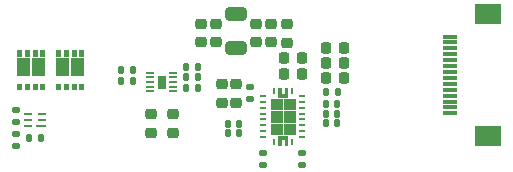
<source format=gbr>
G04 #@! TF.GenerationSoftware,KiCad,Pcbnew,(6.0.0)*
G04 #@! TF.CreationDate,2022-03-25T20:35:40+08:00*
G04 #@! TF.ProjectId,WirelessPower,57697265-6c65-4737-9350-6f7765722e6b,rev?*
G04 #@! TF.SameCoordinates,Original*
G04 #@! TF.FileFunction,Paste,Top*
G04 #@! TF.FilePolarity,Positive*
%FSLAX46Y46*%
G04 Gerber Fmt 4.6, Leading zero omitted, Abs format (unit mm)*
G04 Created by KiCad (PCBNEW (6.0.0)) date 2022-03-25 20:35:40*
%MOMM*%
%LPD*%
G01*
G04 APERTURE LIST*
G04 Aperture macros list*
%AMRoundRect*
0 Rectangle with rounded corners*
0 $1 Rounding radius*
0 $2 $3 $4 $5 $6 $7 $8 $9 X,Y pos of 4 corners*
0 Add a 4 corners polygon primitive as box body*
4,1,4,$2,$3,$4,$5,$6,$7,$8,$9,$2,$3,0*
0 Add four circle primitives for the rounded corners*
1,1,$1+$1,$2,$3*
1,1,$1+$1,$4,$5*
1,1,$1+$1,$6,$7*
1,1,$1+$1,$8,$9*
0 Add four rect primitives between the rounded corners*
20,1,$1+$1,$2,$3,$4,$5,0*
20,1,$1+$1,$4,$5,$6,$7,0*
20,1,$1+$1,$6,$7,$8,$9,0*
20,1,$1+$1,$8,$9,$2,$3,0*%
G04 Aperture macros list end*
%ADD10C,0.010000*%
%ADD11R,2.200000X1.800000*%
%ADD12R,1.300000X0.300000*%
%ADD13RoundRect,0.140000X0.170000X-0.140000X0.170000X0.140000X-0.170000X0.140000X-0.170000X-0.140000X0*%
%ADD14RoundRect,0.135000X-0.135000X-0.185000X0.135000X-0.185000X0.135000X0.185000X-0.135000X0.185000X0*%
%ADD15RoundRect,0.135000X0.185000X-0.135000X0.185000X0.135000X-0.185000X0.135000X-0.185000X-0.135000X0*%
%ADD16R,0.850000X0.280000*%
%ADD17R,0.750000X0.280000*%
%ADD18R,0.760000X0.220000*%
%ADD19RoundRect,0.249999X-0.650001X0.325001X-0.650001X-0.325001X0.650001X-0.325001X0.650001X0.325001X0*%
%ADD20RoundRect,0.225000X-0.225000X-0.250000X0.225000X-0.250000X0.225000X0.250000X-0.225000X0.250000X0*%
%ADD21RoundRect,0.140000X-0.140000X-0.170000X0.140000X-0.170000X0.140000X0.170000X-0.140000X0.170000X0*%
%ADD22RoundRect,0.140000X-0.170000X0.140000X-0.170000X-0.140000X0.170000X-0.140000X0.170000X0.140000X0*%
%ADD23RoundRect,0.225000X0.225000X0.250000X-0.225000X0.250000X-0.225000X-0.250000X0.225000X-0.250000X0*%
%ADD24RoundRect,0.225000X0.250000X-0.225000X0.250000X0.225000X-0.250000X0.225000X-0.250000X-0.225000X0*%
%ADD25RoundRect,0.225000X-0.250000X0.225000X-0.250000X-0.225000X0.250000X-0.225000X0.250000X0.225000X0*%
%ADD26RoundRect,0.135000X-0.185000X0.135000X-0.185000X-0.135000X0.185000X-0.135000X0.185000X0.135000X0*%
%ADD27RoundRect,0.135000X0.135000X0.185000X-0.135000X0.185000X-0.135000X-0.185000X0.135000X-0.185000X0*%
%ADD28R,0.240000X0.600000*%
%ADD29R,0.600000X0.240000*%
G04 APERTURE END LIST*
D10*
G04 #@! TO.C,U3*
X146165000Y-115989999D02*
X146165000Y-114544999D01*
X146165000Y-114544999D02*
X147185000Y-114544999D01*
X147185000Y-114544999D02*
X147185000Y-115989999D01*
X147185000Y-115989999D02*
X146165000Y-115989999D01*
G36*
X147185000Y-115989999D02*
G01*
X146165000Y-115989999D01*
X146165000Y-114544999D01*
X147185000Y-114544999D01*
X147185000Y-115989999D01*
G37*
X147185000Y-115989999D02*
X146165000Y-115989999D01*
X146165000Y-114544999D01*
X147185000Y-114544999D01*
X147185000Y-115989999D01*
X146845000Y-117189999D02*
X146845000Y-116739999D01*
X146845000Y-116739999D02*
X147185000Y-116739999D01*
X147185000Y-116739999D02*
X147185000Y-117189999D01*
X147185000Y-117189999D02*
X146845000Y-117189999D01*
G36*
X147185000Y-117189999D02*
G01*
X146845000Y-117189999D01*
X146845000Y-116739999D01*
X147185000Y-116739999D01*
X147185000Y-117189999D01*
G37*
X147185000Y-117189999D02*
X146845000Y-117189999D01*
X146845000Y-116739999D01*
X147185000Y-116739999D01*
X147185000Y-117189999D01*
X144895000Y-114319999D02*
X144895000Y-113869999D01*
X144895000Y-113869999D02*
X145235000Y-113869999D01*
X145235000Y-113869999D02*
X145235000Y-114319999D01*
X145235000Y-114319999D02*
X144895000Y-114319999D01*
G36*
X145235000Y-114319999D02*
G01*
X144895000Y-114319999D01*
X144895000Y-113869999D01*
X145235000Y-113869999D01*
X145235000Y-114319999D01*
G37*
X145235000Y-114319999D02*
X144895000Y-114319999D01*
X144895000Y-113869999D01*
X145235000Y-113869999D01*
X145235000Y-114319999D01*
X144895000Y-115989999D02*
X144895000Y-114544999D01*
X144895000Y-114544999D02*
X145915000Y-114544999D01*
X145915000Y-114544999D02*
X145915000Y-115989999D01*
X145915000Y-115989999D02*
X144895000Y-115989999D01*
G36*
X145915000Y-115989999D02*
G01*
X144895000Y-115989999D01*
X144895000Y-114544999D01*
X145915000Y-114544999D01*
X145915000Y-115989999D01*
G37*
X145915000Y-115989999D02*
X144895000Y-115989999D01*
X144895000Y-114544999D01*
X145915000Y-114544999D01*
X145915000Y-115989999D01*
X146845000Y-114319999D02*
X146845000Y-113869999D01*
X146845000Y-113869999D02*
X147185000Y-113869999D01*
X147185000Y-113869999D02*
X147185000Y-114319999D01*
X147185000Y-114319999D02*
X146845000Y-114319999D01*
G36*
X147185000Y-114319999D02*
G01*
X146845000Y-114319999D01*
X146845000Y-113869999D01*
X147185000Y-113869999D01*
X147185000Y-114319999D01*
G37*
X147185000Y-114319999D02*
X146845000Y-114319999D01*
X146845000Y-113869999D01*
X147185000Y-113869999D01*
X147185000Y-114319999D01*
X145545000Y-117189999D02*
X145545000Y-116739999D01*
X145545000Y-116739999D02*
X145885000Y-116739999D01*
X145885000Y-116739999D02*
X145885000Y-117189999D01*
X145885000Y-117189999D02*
X145545000Y-117189999D01*
G36*
X145885000Y-117189999D02*
G01*
X145545000Y-117189999D01*
X145545000Y-116739999D01*
X145885000Y-116739999D01*
X145885000Y-117189999D01*
G37*
X145885000Y-117189999D02*
X145545000Y-117189999D01*
X145545000Y-116739999D01*
X145885000Y-116739999D01*
X145885000Y-117189999D01*
X145545000Y-114319999D02*
X145545000Y-113869999D01*
X145545000Y-113869999D02*
X145885000Y-113869999D01*
X145885000Y-113869999D02*
X145885000Y-114319999D01*
X145885000Y-114319999D02*
X145545000Y-114319999D01*
G36*
X145885000Y-114319999D02*
G01*
X145545000Y-114319999D01*
X145545000Y-113869999D01*
X145885000Y-113869999D01*
X145885000Y-114319999D01*
G37*
X145885000Y-114319999D02*
X145545000Y-114319999D01*
X145545000Y-113869999D01*
X145885000Y-113869999D01*
X145885000Y-114319999D01*
X146195000Y-114319999D02*
X146195000Y-113869999D01*
X146195000Y-113869999D02*
X146535000Y-113869999D01*
X146535000Y-113869999D02*
X146535000Y-114319999D01*
X146535000Y-114319999D02*
X146195000Y-114319999D01*
G36*
X146535000Y-114319999D02*
G01*
X146195000Y-114319999D01*
X146195000Y-113869999D01*
X146535000Y-113869999D01*
X146535000Y-114319999D01*
G37*
X146535000Y-114319999D02*
X146195000Y-114319999D01*
X146195000Y-113869999D01*
X146535000Y-113869999D01*
X146535000Y-114319999D01*
X144895000Y-117189999D02*
X144895000Y-116739999D01*
X144895000Y-116739999D02*
X145235000Y-116739999D01*
X145235000Y-116739999D02*
X145235000Y-117189999D01*
X145235000Y-117189999D02*
X144895000Y-117189999D01*
G36*
X145235000Y-117189999D02*
G01*
X144895000Y-117189999D01*
X144895000Y-116739999D01*
X145235000Y-116739999D01*
X145235000Y-117189999D01*
G37*
X145235000Y-117189999D02*
X144895000Y-117189999D01*
X144895000Y-116739999D01*
X145235000Y-116739999D01*
X145235000Y-117189999D01*
X146195000Y-117189999D02*
X146195000Y-116739999D01*
X146195000Y-116739999D02*
X146535000Y-116739999D01*
X146535000Y-116739999D02*
X146535000Y-117189999D01*
X146535000Y-117189999D02*
X146195000Y-117189999D01*
G36*
X146535000Y-117189999D02*
G01*
X146195000Y-117189999D01*
X146195000Y-116739999D01*
X146535000Y-116739999D01*
X146535000Y-117189999D01*
G37*
X146535000Y-117189999D02*
X146195000Y-117189999D01*
X146195000Y-116739999D01*
X146535000Y-116739999D01*
X146535000Y-117189999D01*
G04 #@! TO.C,U4*
X141585000Y-117190000D02*
X141585000Y-116740000D01*
X141585000Y-116740000D02*
X141925000Y-116740000D01*
X141925000Y-116740000D02*
X141925000Y-117190000D01*
X141925000Y-117190000D02*
X141585000Y-117190000D01*
G36*
X141925000Y-117190000D02*
G01*
X141585000Y-117190000D01*
X141585000Y-116740000D01*
X141925000Y-116740000D01*
X141925000Y-117190000D01*
G37*
X141925000Y-117190000D02*
X141585000Y-117190000D01*
X141585000Y-116740000D01*
X141925000Y-116740000D01*
X141925000Y-117190000D01*
X142235000Y-117190000D02*
X142235000Y-116740000D01*
X142235000Y-116740000D02*
X142575000Y-116740000D01*
X142575000Y-116740000D02*
X142575000Y-117190000D01*
X142575000Y-117190000D02*
X142235000Y-117190000D01*
G36*
X142575000Y-117190000D02*
G01*
X142235000Y-117190000D01*
X142235000Y-116740000D01*
X142575000Y-116740000D01*
X142575000Y-117190000D01*
G37*
X142575000Y-117190000D02*
X142235000Y-117190000D01*
X142235000Y-116740000D01*
X142575000Y-116740000D01*
X142575000Y-117190000D01*
X141585000Y-115990000D02*
X141585000Y-114545000D01*
X141585000Y-114545000D02*
X142605000Y-114545000D01*
X142605000Y-114545000D02*
X142605000Y-115990000D01*
X142605000Y-115990000D02*
X141585000Y-115990000D01*
G36*
X142605000Y-115990000D02*
G01*
X141585000Y-115990000D01*
X141585000Y-114545000D01*
X142605000Y-114545000D01*
X142605000Y-115990000D01*
G37*
X142605000Y-115990000D02*
X141585000Y-115990000D01*
X141585000Y-114545000D01*
X142605000Y-114545000D01*
X142605000Y-115990000D01*
X142885000Y-117190000D02*
X142885000Y-116740000D01*
X142885000Y-116740000D02*
X143225000Y-116740000D01*
X143225000Y-116740000D02*
X143225000Y-117190000D01*
X143225000Y-117190000D02*
X142885000Y-117190000D01*
G36*
X143225000Y-117190000D02*
G01*
X142885000Y-117190000D01*
X142885000Y-116740000D01*
X143225000Y-116740000D01*
X143225000Y-117190000D01*
G37*
X143225000Y-117190000D02*
X142885000Y-117190000D01*
X142885000Y-116740000D01*
X143225000Y-116740000D01*
X143225000Y-117190000D01*
X141585000Y-114320000D02*
X141585000Y-113870000D01*
X141585000Y-113870000D02*
X141925000Y-113870000D01*
X141925000Y-113870000D02*
X141925000Y-114320000D01*
X141925000Y-114320000D02*
X141585000Y-114320000D01*
G36*
X141925000Y-114320000D02*
G01*
X141585000Y-114320000D01*
X141585000Y-113870000D01*
X141925000Y-113870000D01*
X141925000Y-114320000D01*
G37*
X141925000Y-114320000D02*
X141585000Y-114320000D01*
X141585000Y-113870000D01*
X141925000Y-113870000D01*
X141925000Y-114320000D01*
X142885000Y-114320000D02*
X142885000Y-113870000D01*
X142885000Y-113870000D02*
X143225000Y-113870000D01*
X143225000Y-113870000D02*
X143225000Y-114320000D01*
X143225000Y-114320000D02*
X142885000Y-114320000D01*
G36*
X143225000Y-114320000D02*
G01*
X142885000Y-114320000D01*
X142885000Y-113870000D01*
X143225000Y-113870000D01*
X143225000Y-114320000D01*
G37*
X143225000Y-114320000D02*
X142885000Y-114320000D01*
X142885000Y-113870000D01*
X143225000Y-113870000D01*
X143225000Y-114320000D01*
X143535000Y-114320000D02*
X143535000Y-113870000D01*
X143535000Y-113870000D02*
X143875000Y-113870000D01*
X143875000Y-113870000D02*
X143875000Y-114320000D01*
X143875000Y-114320000D02*
X143535000Y-114320000D01*
G36*
X143875000Y-114320000D02*
G01*
X143535000Y-114320000D01*
X143535000Y-113870000D01*
X143875000Y-113870000D01*
X143875000Y-114320000D01*
G37*
X143875000Y-114320000D02*
X143535000Y-114320000D01*
X143535000Y-113870000D01*
X143875000Y-113870000D01*
X143875000Y-114320000D01*
X142235000Y-114320000D02*
X142235000Y-113870000D01*
X142235000Y-113870000D02*
X142575000Y-113870000D01*
X142575000Y-113870000D02*
X142575000Y-114320000D01*
X142575000Y-114320000D02*
X142235000Y-114320000D01*
G36*
X142575000Y-114320000D02*
G01*
X142235000Y-114320000D01*
X142235000Y-113870000D01*
X142575000Y-113870000D01*
X142575000Y-114320000D01*
G37*
X142575000Y-114320000D02*
X142235000Y-114320000D01*
X142235000Y-113870000D01*
X142575000Y-113870000D01*
X142575000Y-114320000D01*
X143535000Y-117190000D02*
X143535000Y-116740000D01*
X143535000Y-116740000D02*
X143875000Y-116740000D01*
X143875000Y-116740000D02*
X143875000Y-117190000D01*
X143875000Y-117190000D02*
X143535000Y-117190000D01*
G36*
X143875000Y-117190000D02*
G01*
X143535000Y-117190000D01*
X143535000Y-116740000D01*
X143875000Y-116740000D01*
X143875000Y-117190000D01*
G37*
X143875000Y-117190000D02*
X143535000Y-117190000D01*
X143535000Y-116740000D01*
X143875000Y-116740000D01*
X143875000Y-117190000D01*
X142855000Y-115990000D02*
X142855000Y-114545000D01*
X142855000Y-114545000D02*
X143875000Y-114545000D01*
X143875000Y-114545000D02*
X143875000Y-115990000D01*
X143875000Y-115990000D02*
X142855000Y-115990000D01*
G36*
X143875000Y-115990000D02*
G01*
X142855000Y-115990000D01*
X142855000Y-114545000D01*
X143875000Y-114545000D01*
X143875000Y-115990000D01*
G37*
X143875000Y-115990000D02*
X142855000Y-115990000D01*
X142855000Y-114545000D01*
X143875000Y-114545000D01*
X143875000Y-115990000D01*
G04 #@! TO.C,U5*
X154055000Y-117034999D02*
X153485000Y-117034999D01*
X153485000Y-117034999D02*
X153485000Y-116084999D01*
X153485000Y-116084999D02*
X154055000Y-116084999D01*
X154055000Y-116084999D02*
X154055000Y-117034999D01*
G36*
X154055000Y-117034999D02*
G01*
X153485000Y-117034999D01*
X153485000Y-116084999D01*
X154055000Y-116084999D01*
X154055000Y-117034999D01*
G37*
X154055000Y-117034999D02*
X153485000Y-117034999D01*
X153485000Y-116084999D01*
X154055000Y-116084999D01*
X154055000Y-117034999D01*
G04 #@! TO.C,U2*
X164445000Y-121155000D02*
X164445000Y-121880000D01*
X164445000Y-121880000D02*
X164444931Y-121882617D01*
X164444931Y-121882617D02*
X164444726Y-121885226D01*
X164444726Y-121885226D02*
X164444384Y-121887822D01*
X164444384Y-121887822D02*
X164443907Y-121890396D01*
X164443907Y-121890396D02*
X164443296Y-121892941D01*
X164443296Y-121892941D02*
X164442553Y-121895451D01*
X164442553Y-121895451D02*
X164441679Y-121897918D01*
X164441679Y-121897918D02*
X164440677Y-121900337D01*
X164440677Y-121900337D02*
X164439550Y-121902700D01*
X164439550Y-121902700D02*
X164438301Y-121905000D01*
X164438301Y-121905000D02*
X164436934Y-121907232D01*
X164436934Y-121907232D02*
X164435451Y-121909389D01*
X164435451Y-121909389D02*
X164433857Y-121911466D01*
X164433857Y-121911466D02*
X164432157Y-121913457D01*
X164432157Y-121913457D02*
X164430355Y-121915355D01*
X164430355Y-121915355D02*
X164428457Y-121917157D01*
X164428457Y-121917157D02*
X164426466Y-121918857D01*
X164426466Y-121918857D02*
X164424389Y-121920451D01*
X164424389Y-121920451D02*
X164422232Y-121921934D01*
X164422232Y-121921934D02*
X164420000Y-121923301D01*
X164420000Y-121923301D02*
X164417700Y-121924550D01*
X164417700Y-121924550D02*
X164415337Y-121925677D01*
X164415337Y-121925677D02*
X164412918Y-121926679D01*
X164412918Y-121926679D02*
X164410451Y-121927553D01*
X164410451Y-121927553D02*
X164407941Y-121928296D01*
X164407941Y-121928296D02*
X164405396Y-121928907D01*
X164405396Y-121928907D02*
X164402822Y-121929384D01*
X164402822Y-121929384D02*
X164400226Y-121929726D01*
X164400226Y-121929726D02*
X164397617Y-121929931D01*
X164397617Y-121929931D02*
X164395000Y-121930000D01*
X164395000Y-121930000D02*
X164295000Y-121930000D01*
X164295000Y-121930000D02*
X164292383Y-121929931D01*
X164292383Y-121929931D02*
X164289774Y-121929726D01*
X164289774Y-121929726D02*
X164287178Y-121929384D01*
X164287178Y-121929384D02*
X164284604Y-121928907D01*
X164284604Y-121928907D02*
X164282059Y-121928296D01*
X164282059Y-121928296D02*
X164279549Y-121927553D01*
X164279549Y-121927553D02*
X164277082Y-121926679D01*
X164277082Y-121926679D02*
X164274663Y-121925677D01*
X164274663Y-121925677D02*
X164272300Y-121924550D01*
X164272300Y-121924550D02*
X164270000Y-121923301D01*
X164270000Y-121923301D02*
X164267768Y-121921934D01*
X164267768Y-121921934D02*
X164265611Y-121920451D01*
X164265611Y-121920451D02*
X164263534Y-121918857D01*
X164263534Y-121918857D02*
X164261543Y-121917157D01*
X164261543Y-121917157D02*
X164259645Y-121915355D01*
X164259645Y-121915355D02*
X164257843Y-121913457D01*
X164257843Y-121913457D02*
X164256143Y-121911466D01*
X164256143Y-121911466D02*
X164254549Y-121909389D01*
X164254549Y-121909389D02*
X164253066Y-121907232D01*
X164253066Y-121907232D02*
X164251699Y-121905000D01*
X164251699Y-121905000D02*
X164250450Y-121902700D01*
X164250450Y-121902700D02*
X164249323Y-121900337D01*
X164249323Y-121900337D02*
X164248321Y-121897918D01*
X164248321Y-121897918D02*
X164247447Y-121895451D01*
X164247447Y-121895451D02*
X164246704Y-121892941D01*
X164246704Y-121892941D02*
X164246093Y-121890396D01*
X164246093Y-121890396D02*
X164245616Y-121887822D01*
X164245616Y-121887822D02*
X164245274Y-121885226D01*
X164245274Y-121885226D02*
X164245069Y-121882617D01*
X164245069Y-121882617D02*
X164245000Y-121880000D01*
X164245000Y-121880000D02*
X164245000Y-121405000D01*
X164245000Y-121405000D02*
X163895000Y-121405000D01*
X163895000Y-121405000D02*
X163895000Y-121880000D01*
X163895000Y-121880000D02*
X163894931Y-121882617D01*
X163894931Y-121882617D02*
X163894726Y-121885226D01*
X163894726Y-121885226D02*
X163894384Y-121887822D01*
X163894384Y-121887822D02*
X163893907Y-121890396D01*
X163893907Y-121890396D02*
X163893296Y-121892941D01*
X163893296Y-121892941D02*
X163892553Y-121895451D01*
X163892553Y-121895451D02*
X163891679Y-121897918D01*
X163891679Y-121897918D02*
X163890677Y-121900337D01*
X163890677Y-121900337D02*
X163889550Y-121902700D01*
X163889550Y-121902700D02*
X163888301Y-121905000D01*
X163888301Y-121905000D02*
X163886934Y-121907232D01*
X163886934Y-121907232D02*
X163885451Y-121909389D01*
X163885451Y-121909389D02*
X163883857Y-121911466D01*
X163883857Y-121911466D02*
X163882157Y-121913457D01*
X163882157Y-121913457D02*
X163880355Y-121915355D01*
X163880355Y-121915355D02*
X163878457Y-121917157D01*
X163878457Y-121917157D02*
X163876466Y-121918857D01*
X163876466Y-121918857D02*
X163874389Y-121920451D01*
X163874389Y-121920451D02*
X163872232Y-121921934D01*
X163872232Y-121921934D02*
X163870000Y-121923301D01*
X163870000Y-121923301D02*
X163867700Y-121924550D01*
X163867700Y-121924550D02*
X163865337Y-121925677D01*
X163865337Y-121925677D02*
X163862918Y-121926679D01*
X163862918Y-121926679D02*
X163860451Y-121927553D01*
X163860451Y-121927553D02*
X163857941Y-121928296D01*
X163857941Y-121928296D02*
X163855396Y-121928907D01*
X163855396Y-121928907D02*
X163852822Y-121929384D01*
X163852822Y-121929384D02*
X163850226Y-121929726D01*
X163850226Y-121929726D02*
X163847617Y-121929931D01*
X163847617Y-121929931D02*
X163845000Y-121930000D01*
X163845000Y-121930000D02*
X163745000Y-121930000D01*
X163745000Y-121930000D02*
X163742383Y-121929931D01*
X163742383Y-121929931D02*
X163739774Y-121929726D01*
X163739774Y-121929726D02*
X163737178Y-121929384D01*
X163737178Y-121929384D02*
X163734604Y-121928907D01*
X163734604Y-121928907D02*
X163732059Y-121928296D01*
X163732059Y-121928296D02*
X163729549Y-121927553D01*
X163729549Y-121927553D02*
X163727082Y-121926679D01*
X163727082Y-121926679D02*
X163724663Y-121925677D01*
X163724663Y-121925677D02*
X163722300Y-121924550D01*
X163722300Y-121924550D02*
X163720000Y-121923301D01*
X163720000Y-121923301D02*
X163717768Y-121921934D01*
X163717768Y-121921934D02*
X163715611Y-121920451D01*
X163715611Y-121920451D02*
X163713534Y-121918857D01*
X163713534Y-121918857D02*
X163711543Y-121917157D01*
X163711543Y-121917157D02*
X163709645Y-121915355D01*
X163709645Y-121915355D02*
X163707843Y-121913457D01*
X163707843Y-121913457D02*
X163706143Y-121911466D01*
X163706143Y-121911466D02*
X163704549Y-121909389D01*
X163704549Y-121909389D02*
X163703066Y-121907232D01*
X163703066Y-121907232D02*
X163701699Y-121905000D01*
X163701699Y-121905000D02*
X163700450Y-121902700D01*
X163700450Y-121902700D02*
X163699323Y-121900337D01*
X163699323Y-121900337D02*
X163698321Y-121897918D01*
X163698321Y-121897918D02*
X163697447Y-121895451D01*
X163697447Y-121895451D02*
X163696704Y-121892941D01*
X163696704Y-121892941D02*
X163696093Y-121890396D01*
X163696093Y-121890396D02*
X163695616Y-121887822D01*
X163695616Y-121887822D02*
X163695274Y-121885226D01*
X163695274Y-121885226D02*
X163695069Y-121882617D01*
X163695069Y-121882617D02*
X163695000Y-121880000D01*
X163695000Y-121880000D02*
X163695000Y-121155000D01*
X163695000Y-121155000D02*
X164445000Y-121155000D01*
X164445000Y-121155000D02*
X164445000Y-121155000D01*
G36*
X164445000Y-121880000D02*
G01*
X164444931Y-121882617D01*
X164444726Y-121885226D01*
X164444384Y-121887822D01*
X164443907Y-121890396D01*
X164443296Y-121892941D01*
X164442553Y-121895451D01*
X164441679Y-121897918D01*
X164440677Y-121900337D01*
X164439550Y-121902700D01*
X164438301Y-121905000D01*
X164436934Y-121907232D01*
X164435451Y-121909389D01*
X164433857Y-121911466D01*
X164432157Y-121913457D01*
X164430355Y-121915355D01*
X164428457Y-121917157D01*
X164426466Y-121918857D01*
X164424389Y-121920451D01*
X164422232Y-121921934D01*
X164420000Y-121923301D01*
X164417700Y-121924550D01*
X164415337Y-121925677D01*
X164412918Y-121926679D01*
X164410451Y-121927553D01*
X164407941Y-121928296D01*
X164405396Y-121928907D01*
X164402822Y-121929384D01*
X164400226Y-121929726D01*
X164397617Y-121929931D01*
X164395000Y-121930000D01*
X164295000Y-121930000D01*
X164292383Y-121929931D01*
X164289774Y-121929726D01*
X164287178Y-121929384D01*
X164284604Y-121928907D01*
X164282059Y-121928296D01*
X164279549Y-121927553D01*
X164277082Y-121926679D01*
X164274663Y-121925677D01*
X164272300Y-121924550D01*
X164270000Y-121923301D01*
X164267768Y-121921934D01*
X164265611Y-121920451D01*
X164263534Y-121918857D01*
X164261543Y-121917157D01*
X164259645Y-121915355D01*
X164257843Y-121913457D01*
X164256143Y-121911466D01*
X164254549Y-121909389D01*
X164253066Y-121907232D01*
X164251699Y-121905000D01*
X164250450Y-121902700D01*
X164249323Y-121900337D01*
X164248321Y-121897918D01*
X164247447Y-121895451D01*
X164246704Y-121892941D01*
X164246093Y-121890396D01*
X164245616Y-121887822D01*
X164245274Y-121885226D01*
X164245069Y-121882617D01*
X164245000Y-121880000D01*
X164245000Y-121405000D01*
X163895000Y-121405000D01*
X163895000Y-121880000D01*
X163894931Y-121882617D01*
X163894726Y-121885226D01*
X163894384Y-121887822D01*
X163893907Y-121890396D01*
X163893296Y-121892941D01*
X163892553Y-121895451D01*
X163891679Y-121897918D01*
X163890677Y-121900337D01*
X163889550Y-121902700D01*
X163888301Y-121905000D01*
X163886934Y-121907232D01*
X163885451Y-121909389D01*
X163883857Y-121911466D01*
X163882157Y-121913457D01*
X163880355Y-121915355D01*
X163878457Y-121917157D01*
X163876466Y-121918857D01*
X163874389Y-121920451D01*
X163872232Y-121921934D01*
X163870000Y-121923301D01*
X163867700Y-121924550D01*
X163865337Y-121925677D01*
X163862918Y-121926679D01*
X163860451Y-121927553D01*
X163857941Y-121928296D01*
X163855396Y-121928907D01*
X163852822Y-121929384D01*
X163850226Y-121929726D01*
X163847617Y-121929931D01*
X163845000Y-121930000D01*
X163745000Y-121930000D01*
X163742383Y-121929931D01*
X163739774Y-121929726D01*
X163737178Y-121929384D01*
X163734604Y-121928907D01*
X163732059Y-121928296D01*
X163729549Y-121927553D01*
X163727082Y-121926679D01*
X163724663Y-121925677D01*
X163722300Y-121924550D01*
X163720000Y-121923301D01*
X163717768Y-121921934D01*
X163715611Y-121920451D01*
X163713534Y-121918857D01*
X163711543Y-121917157D01*
X163709645Y-121915355D01*
X163707843Y-121913457D01*
X163706143Y-121911466D01*
X163704549Y-121909389D01*
X163703066Y-121907232D01*
X163701699Y-121905000D01*
X163700450Y-121902700D01*
X163699323Y-121900337D01*
X163698321Y-121897918D01*
X163697447Y-121895451D01*
X163696704Y-121892941D01*
X163696093Y-121890396D01*
X163695616Y-121887822D01*
X163695274Y-121885226D01*
X163695069Y-121882617D01*
X163695000Y-121880000D01*
X163695000Y-121155000D01*
X164445000Y-121155000D01*
X164445000Y-121880000D01*
G37*
X164445000Y-121880000D02*
X164444931Y-121882617D01*
X164444726Y-121885226D01*
X164444384Y-121887822D01*
X164443907Y-121890396D01*
X164443296Y-121892941D01*
X164442553Y-121895451D01*
X164441679Y-121897918D01*
X164440677Y-121900337D01*
X164439550Y-121902700D01*
X164438301Y-121905000D01*
X164436934Y-121907232D01*
X164435451Y-121909389D01*
X164433857Y-121911466D01*
X164432157Y-121913457D01*
X164430355Y-121915355D01*
X164428457Y-121917157D01*
X164426466Y-121918857D01*
X164424389Y-121920451D01*
X164422232Y-121921934D01*
X164420000Y-121923301D01*
X164417700Y-121924550D01*
X164415337Y-121925677D01*
X164412918Y-121926679D01*
X164410451Y-121927553D01*
X164407941Y-121928296D01*
X164405396Y-121928907D01*
X164402822Y-121929384D01*
X164400226Y-121929726D01*
X164397617Y-121929931D01*
X164395000Y-121930000D01*
X164295000Y-121930000D01*
X164292383Y-121929931D01*
X164289774Y-121929726D01*
X164287178Y-121929384D01*
X164284604Y-121928907D01*
X164282059Y-121928296D01*
X164279549Y-121927553D01*
X164277082Y-121926679D01*
X164274663Y-121925677D01*
X164272300Y-121924550D01*
X164270000Y-121923301D01*
X164267768Y-121921934D01*
X164265611Y-121920451D01*
X164263534Y-121918857D01*
X164261543Y-121917157D01*
X164259645Y-121915355D01*
X164257843Y-121913457D01*
X164256143Y-121911466D01*
X164254549Y-121909389D01*
X164253066Y-121907232D01*
X164251699Y-121905000D01*
X164250450Y-121902700D01*
X164249323Y-121900337D01*
X164248321Y-121897918D01*
X164247447Y-121895451D01*
X164246704Y-121892941D01*
X164246093Y-121890396D01*
X164245616Y-121887822D01*
X164245274Y-121885226D01*
X164245069Y-121882617D01*
X164245000Y-121880000D01*
X164245000Y-121405000D01*
X163895000Y-121405000D01*
X163895000Y-121880000D01*
X163894931Y-121882617D01*
X163894726Y-121885226D01*
X163894384Y-121887822D01*
X163893907Y-121890396D01*
X163893296Y-121892941D01*
X163892553Y-121895451D01*
X163891679Y-121897918D01*
X163890677Y-121900337D01*
X163889550Y-121902700D01*
X163888301Y-121905000D01*
X163886934Y-121907232D01*
X163885451Y-121909389D01*
X163883857Y-121911466D01*
X163882157Y-121913457D01*
X163880355Y-121915355D01*
X163878457Y-121917157D01*
X163876466Y-121918857D01*
X163874389Y-121920451D01*
X163872232Y-121921934D01*
X163870000Y-121923301D01*
X163867700Y-121924550D01*
X163865337Y-121925677D01*
X163862918Y-121926679D01*
X163860451Y-121927553D01*
X163857941Y-121928296D01*
X163855396Y-121928907D01*
X163852822Y-121929384D01*
X163850226Y-121929726D01*
X163847617Y-121929931D01*
X163845000Y-121930000D01*
X163745000Y-121930000D01*
X163742383Y-121929931D01*
X163739774Y-121929726D01*
X163737178Y-121929384D01*
X163734604Y-121928907D01*
X163732059Y-121928296D01*
X163729549Y-121927553D01*
X163727082Y-121926679D01*
X163724663Y-121925677D01*
X163722300Y-121924550D01*
X163720000Y-121923301D01*
X163717768Y-121921934D01*
X163715611Y-121920451D01*
X163713534Y-121918857D01*
X163711543Y-121917157D01*
X163709645Y-121915355D01*
X163707843Y-121913457D01*
X163706143Y-121911466D01*
X163704549Y-121909389D01*
X163703066Y-121907232D01*
X163701699Y-121905000D01*
X163700450Y-121902700D01*
X163699323Y-121900337D01*
X163698321Y-121897918D01*
X163697447Y-121895451D01*
X163696704Y-121892941D01*
X163696093Y-121890396D01*
X163695616Y-121887822D01*
X163695274Y-121885226D01*
X163695069Y-121882617D01*
X163695000Y-121880000D01*
X163695000Y-121155000D01*
X164445000Y-121155000D01*
X164445000Y-121880000D01*
X164170000Y-119905000D02*
X165090000Y-119905000D01*
X165090000Y-119905000D02*
X165090000Y-119055000D01*
X165090000Y-119055000D02*
X164170000Y-119055000D01*
X164170000Y-119055000D02*
X164170000Y-119905000D01*
G36*
X165090000Y-119905000D02*
G01*
X164170000Y-119905000D01*
X164170000Y-119055000D01*
X165090000Y-119055000D01*
X165090000Y-119905000D01*
G37*
X165090000Y-119905000D02*
X164170000Y-119905000D01*
X164170000Y-119055000D01*
X165090000Y-119055000D01*
X165090000Y-119905000D01*
X163695000Y-117805000D02*
X163695000Y-117080000D01*
X163695000Y-117080000D02*
X163695069Y-117077383D01*
X163695069Y-117077383D02*
X163695274Y-117074774D01*
X163695274Y-117074774D02*
X163695616Y-117072178D01*
X163695616Y-117072178D02*
X163696093Y-117069604D01*
X163696093Y-117069604D02*
X163696704Y-117067059D01*
X163696704Y-117067059D02*
X163697447Y-117064549D01*
X163697447Y-117064549D02*
X163698321Y-117062082D01*
X163698321Y-117062082D02*
X163699323Y-117059663D01*
X163699323Y-117059663D02*
X163700450Y-117057300D01*
X163700450Y-117057300D02*
X163701699Y-117055000D01*
X163701699Y-117055000D02*
X163703066Y-117052768D01*
X163703066Y-117052768D02*
X163704549Y-117050611D01*
X163704549Y-117050611D02*
X163706143Y-117048534D01*
X163706143Y-117048534D02*
X163707843Y-117046543D01*
X163707843Y-117046543D02*
X163709645Y-117044645D01*
X163709645Y-117044645D02*
X163711543Y-117042843D01*
X163711543Y-117042843D02*
X163713534Y-117041143D01*
X163713534Y-117041143D02*
X163715611Y-117039549D01*
X163715611Y-117039549D02*
X163717768Y-117038066D01*
X163717768Y-117038066D02*
X163720000Y-117036699D01*
X163720000Y-117036699D02*
X163722300Y-117035450D01*
X163722300Y-117035450D02*
X163724663Y-117034323D01*
X163724663Y-117034323D02*
X163727082Y-117033321D01*
X163727082Y-117033321D02*
X163729549Y-117032447D01*
X163729549Y-117032447D02*
X163732059Y-117031704D01*
X163732059Y-117031704D02*
X163734604Y-117031093D01*
X163734604Y-117031093D02*
X163737178Y-117030616D01*
X163737178Y-117030616D02*
X163739774Y-117030274D01*
X163739774Y-117030274D02*
X163742383Y-117030069D01*
X163742383Y-117030069D02*
X163745000Y-117030000D01*
X163745000Y-117030000D02*
X163845000Y-117030000D01*
X163845000Y-117030000D02*
X163847617Y-117030069D01*
X163847617Y-117030069D02*
X163850226Y-117030274D01*
X163850226Y-117030274D02*
X163852822Y-117030616D01*
X163852822Y-117030616D02*
X163855396Y-117031093D01*
X163855396Y-117031093D02*
X163857941Y-117031704D01*
X163857941Y-117031704D02*
X163860451Y-117032447D01*
X163860451Y-117032447D02*
X163862918Y-117033321D01*
X163862918Y-117033321D02*
X163865337Y-117034323D01*
X163865337Y-117034323D02*
X163867700Y-117035450D01*
X163867700Y-117035450D02*
X163870000Y-117036699D01*
X163870000Y-117036699D02*
X163872232Y-117038066D01*
X163872232Y-117038066D02*
X163874389Y-117039549D01*
X163874389Y-117039549D02*
X163876466Y-117041143D01*
X163876466Y-117041143D02*
X163878457Y-117042843D01*
X163878457Y-117042843D02*
X163880355Y-117044645D01*
X163880355Y-117044645D02*
X163882157Y-117046543D01*
X163882157Y-117046543D02*
X163883857Y-117048534D01*
X163883857Y-117048534D02*
X163885451Y-117050611D01*
X163885451Y-117050611D02*
X163886934Y-117052768D01*
X163886934Y-117052768D02*
X163888301Y-117055000D01*
X163888301Y-117055000D02*
X163889550Y-117057300D01*
X163889550Y-117057300D02*
X163890677Y-117059663D01*
X163890677Y-117059663D02*
X163891679Y-117062082D01*
X163891679Y-117062082D02*
X163892553Y-117064549D01*
X163892553Y-117064549D02*
X163893296Y-117067059D01*
X163893296Y-117067059D02*
X163893907Y-117069604D01*
X163893907Y-117069604D02*
X163894384Y-117072178D01*
X163894384Y-117072178D02*
X163894726Y-117074774D01*
X163894726Y-117074774D02*
X163894931Y-117077383D01*
X163894931Y-117077383D02*
X163895000Y-117080000D01*
X163895000Y-117080000D02*
X163895000Y-117555000D01*
X163895000Y-117555000D02*
X164245000Y-117555000D01*
X164245000Y-117555000D02*
X164245000Y-117080000D01*
X164245000Y-117080000D02*
X164245069Y-117077383D01*
X164245069Y-117077383D02*
X164245274Y-117074774D01*
X164245274Y-117074774D02*
X164245616Y-117072178D01*
X164245616Y-117072178D02*
X164246093Y-117069604D01*
X164246093Y-117069604D02*
X164246704Y-117067059D01*
X164246704Y-117067059D02*
X164247447Y-117064549D01*
X164247447Y-117064549D02*
X164248321Y-117062082D01*
X164248321Y-117062082D02*
X164249323Y-117059663D01*
X164249323Y-117059663D02*
X164250450Y-117057300D01*
X164250450Y-117057300D02*
X164251699Y-117055000D01*
X164251699Y-117055000D02*
X164253066Y-117052768D01*
X164253066Y-117052768D02*
X164254549Y-117050611D01*
X164254549Y-117050611D02*
X164256143Y-117048534D01*
X164256143Y-117048534D02*
X164257843Y-117046543D01*
X164257843Y-117046543D02*
X164259645Y-117044645D01*
X164259645Y-117044645D02*
X164261543Y-117042843D01*
X164261543Y-117042843D02*
X164263534Y-117041143D01*
X164263534Y-117041143D02*
X164265611Y-117039549D01*
X164265611Y-117039549D02*
X164267768Y-117038066D01*
X164267768Y-117038066D02*
X164270000Y-117036699D01*
X164270000Y-117036699D02*
X164272300Y-117035450D01*
X164272300Y-117035450D02*
X164274663Y-117034323D01*
X164274663Y-117034323D02*
X164277082Y-117033321D01*
X164277082Y-117033321D02*
X164279549Y-117032447D01*
X164279549Y-117032447D02*
X164282059Y-117031704D01*
X164282059Y-117031704D02*
X164284604Y-117031093D01*
X164284604Y-117031093D02*
X164287178Y-117030616D01*
X164287178Y-117030616D02*
X164289774Y-117030274D01*
X164289774Y-117030274D02*
X164292383Y-117030069D01*
X164292383Y-117030069D02*
X164295000Y-117030000D01*
X164295000Y-117030000D02*
X164395000Y-117030000D01*
X164395000Y-117030000D02*
X164397617Y-117030069D01*
X164397617Y-117030069D02*
X164400226Y-117030274D01*
X164400226Y-117030274D02*
X164402822Y-117030616D01*
X164402822Y-117030616D02*
X164405396Y-117031093D01*
X164405396Y-117031093D02*
X164407941Y-117031704D01*
X164407941Y-117031704D02*
X164410451Y-117032447D01*
X164410451Y-117032447D02*
X164412918Y-117033321D01*
X164412918Y-117033321D02*
X164415337Y-117034323D01*
X164415337Y-117034323D02*
X164417700Y-117035450D01*
X164417700Y-117035450D02*
X164420000Y-117036699D01*
X164420000Y-117036699D02*
X164422232Y-117038066D01*
X164422232Y-117038066D02*
X164424389Y-117039549D01*
X164424389Y-117039549D02*
X164426466Y-117041143D01*
X164426466Y-117041143D02*
X164428457Y-117042843D01*
X164428457Y-117042843D02*
X164430355Y-117044645D01*
X164430355Y-117044645D02*
X164432157Y-117046543D01*
X164432157Y-117046543D02*
X164433857Y-117048534D01*
X164433857Y-117048534D02*
X164435451Y-117050611D01*
X164435451Y-117050611D02*
X164436934Y-117052768D01*
X164436934Y-117052768D02*
X164438301Y-117055000D01*
X164438301Y-117055000D02*
X164439550Y-117057300D01*
X164439550Y-117057300D02*
X164440677Y-117059663D01*
X164440677Y-117059663D02*
X164441679Y-117062082D01*
X164441679Y-117062082D02*
X164442553Y-117064549D01*
X164442553Y-117064549D02*
X164443296Y-117067059D01*
X164443296Y-117067059D02*
X164443907Y-117069604D01*
X164443907Y-117069604D02*
X164444384Y-117072178D01*
X164444384Y-117072178D02*
X164444726Y-117074774D01*
X164444726Y-117074774D02*
X164444931Y-117077383D01*
X164444931Y-117077383D02*
X164445000Y-117080000D01*
X164445000Y-117080000D02*
X164445000Y-117805000D01*
X164445000Y-117805000D02*
X163695000Y-117805000D01*
X163695000Y-117805000D02*
X163695000Y-117805000D01*
G36*
X163847617Y-117030069D02*
G01*
X163850226Y-117030274D01*
X163852822Y-117030616D01*
X163855396Y-117031093D01*
X163857941Y-117031704D01*
X163860451Y-117032447D01*
X163862918Y-117033321D01*
X163865337Y-117034323D01*
X163867700Y-117035450D01*
X163870000Y-117036699D01*
X163872232Y-117038066D01*
X163874389Y-117039549D01*
X163876466Y-117041143D01*
X163878457Y-117042843D01*
X163880355Y-117044645D01*
X163882157Y-117046543D01*
X163883857Y-117048534D01*
X163885451Y-117050611D01*
X163886934Y-117052768D01*
X163888301Y-117055000D01*
X163889550Y-117057300D01*
X163890677Y-117059663D01*
X163891679Y-117062082D01*
X163892553Y-117064549D01*
X163893296Y-117067059D01*
X163893907Y-117069604D01*
X163894384Y-117072178D01*
X163894726Y-117074774D01*
X163894931Y-117077383D01*
X163895000Y-117080000D01*
X163895000Y-117555000D01*
X164245000Y-117555000D01*
X164245000Y-117080000D01*
X164245069Y-117077383D01*
X164245274Y-117074774D01*
X164245616Y-117072178D01*
X164246093Y-117069604D01*
X164246704Y-117067059D01*
X164247447Y-117064549D01*
X164248321Y-117062082D01*
X164249323Y-117059663D01*
X164250450Y-117057300D01*
X164251699Y-117055000D01*
X164253066Y-117052768D01*
X164254549Y-117050611D01*
X164256143Y-117048534D01*
X164257843Y-117046543D01*
X164259645Y-117044645D01*
X164261543Y-117042843D01*
X164263534Y-117041143D01*
X164265611Y-117039549D01*
X164267768Y-117038066D01*
X164270000Y-117036699D01*
X164272300Y-117035450D01*
X164274663Y-117034323D01*
X164277082Y-117033321D01*
X164279549Y-117032447D01*
X164282059Y-117031704D01*
X164284604Y-117031093D01*
X164287178Y-117030616D01*
X164289774Y-117030274D01*
X164292383Y-117030069D01*
X164295000Y-117030000D01*
X164395000Y-117030000D01*
X164397617Y-117030069D01*
X164400226Y-117030274D01*
X164402822Y-117030616D01*
X164405396Y-117031093D01*
X164407941Y-117031704D01*
X164410451Y-117032447D01*
X164412918Y-117033321D01*
X164415337Y-117034323D01*
X164417700Y-117035450D01*
X164420000Y-117036699D01*
X164422232Y-117038066D01*
X164424389Y-117039549D01*
X164426466Y-117041143D01*
X164428457Y-117042843D01*
X164430355Y-117044645D01*
X164432157Y-117046543D01*
X164433857Y-117048534D01*
X164435451Y-117050611D01*
X164436934Y-117052768D01*
X164438301Y-117055000D01*
X164439550Y-117057300D01*
X164440677Y-117059663D01*
X164441679Y-117062082D01*
X164442553Y-117064549D01*
X164443296Y-117067059D01*
X164443907Y-117069604D01*
X164444384Y-117072178D01*
X164444726Y-117074774D01*
X164444931Y-117077383D01*
X164445000Y-117080000D01*
X164445000Y-117805000D01*
X163695000Y-117805000D01*
X163695000Y-117080000D01*
X163695069Y-117077383D01*
X163695274Y-117074774D01*
X163695616Y-117072178D01*
X163696093Y-117069604D01*
X163696704Y-117067059D01*
X163697447Y-117064549D01*
X163698321Y-117062082D01*
X163699323Y-117059663D01*
X163700450Y-117057300D01*
X163701699Y-117055000D01*
X163703066Y-117052768D01*
X163704549Y-117050611D01*
X163706143Y-117048534D01*
X163707843Y-117046543D01*
X163709645Y-117044645D01*
X163711543Y-117042843D01*
X163713534Y-117041143D01*
X163715611Y-117039549D01*
X163717768Y-117038066D01*
X163720000Y-117036699D01*
X163722300Y-117035450D01*
X163724663Y-117034323D01*
X163727082Y-117033321D01*
X163729549Y-117032447D01*
X163732059Y-117031704D01*
X163734604Y-117031093D01*
X163737178Y-117030616D01*
X163739774Y-117030274D01*
X163742383Y-117030069D01*
X163745000Y-117030000D01*
X163845000Y-117030000D01*
X163847617Y-117030069D01*
G37*
X163847617Y-117030069D02*
X163850226Y-117030274D01*
X163852822Y-117030616D01*
X163855396Y-117031093D01*
X163857941Y-117031704D01*
X163860451Y-117032447D01*
X163862918Y-117033321D01*
X163865337Y-117034323D01*
X163867700Y-117035450D01*
X163870000Y-117036699D01*
X163872232Y-117038066D01*
X163874389Y-117039549D01*
X163876466Y-117041143D01*
X163878457Y-117042843D01*
X163880355Y-117044645D01*
X163882157Y-117046543D01*
X163883857Y-117048534D01*
X163885451Y-117050611D01*
X163886934Y-117052768D01*
X163888301Y-117055000D01*
X163889550Y-117057300D01*
X163890677Y-117059663D01*
X163891679Y-117062082D01*
X163892553Y-117064549D01*
X163893296Y-117067059D01*
X163893907Y-117069604D01*
X163894384Y-117072178D01*
X163894726Y-117074774D01*
X163894931Y-117077383D01*
X163895000Y-117080000D01*
X163895000Y-117555000D01*
X164245000Y-117555000D01*
X164245000Y-117080000D01*
X164245069Y-117077383D01*
X164245274Y-117074774D01*
X164245616Y-117072178D01*
X164246093Y-117069604D01*
X164246704Y-117067059D01*
X164247447Y-117064549D01*
X164248321Y-117062082D01*
X164249323Y-117059663D01*
X164250450Y-117057300D01*
X164251699Y-117055000D01*
X164253066Y-117052768D01*
X164254549Y-117050611D01*
X164256143Y-117048534D01*
X164257843Y-117046543D01*
X164259645Y-117044645D01*
X164261543Y-117042843D01*
X164263534Y-117041143D01*
X164265611Y-117039549D01*
X164267768Y-117038066D01*
X164270000Y-117036699D01*
X164272300Y-117035450D01*
X164274663Y-117034323D01*
X164277082Y-117033321D01*
X164279549Y-117032447D01*
X164282059Y-117031704D01*
X164284604Y-117031093D01*
X164287178Y-117030616D01*
X164289774Y-117030274D01*
X164292383Y-117030069D01*
X164295000Y-117030000D01*
X164395000Y-117030000D01*
X164397617Y-117030069D01*
X164400226Y-117030274D01*
X164402822Y-117030616D01*
X164405396Y-117031093D01*
X164407941Y-117031704D01*
X164410451Y-117032447D01*
X164412918Y-117033321D01*
X164415337Y-117034323D01*
X164417700Y-117035450D01*
X164420000Y-117036699D01*
X164422232Y-117038066D01*
X164424389Y-117039549D01*
X164426466Y-117041143D01*
X164428457Y-117042843D01*
X164430355Y-117044645D01*
X164432157Y-117046543D01*
X164433857Y-117048534D01*
X164435451Y-117050611D01*
X164436934Y-117052768D01*
X164438301Y-117055000D01*
X164439550Y-117057300D01*
X164440677Y-117059663D01*
X164441679Y-117062082D01*
X164442553Y-117064549D01*
X164443296Y-117067059D01*
X164443907Y-117069604D01*
X164444384Y-117072178D01*
X164444726Y-117074774D01*
X164444931Y-117077383D01*
X164445000Y-117080000D01*
X164445000Y-117805000D01*
X163695000Y-117805000D01*
X163695000Y-117080000D01*
X163695069Y-117077383D01*
X163695274Y-117074774D01*
X163695616Y-117072178D01*
X163696093Y-117069604D01*
X163696704Y-117067059D01*
X163697447Y-117064549D01*
X163698321Y-117062082D01*
X163699323Y-117059663D01*
X163700450Y-117057300D01*
X163701699Y-117055000D01*
X163703066Y-117052768D01*
X163704549Y-117050611D01*
X163706143Y-117048534D01*
X163707843Y-117046543D01*
X163709645Y-117044645D01*
X163711543Y-117042843D01*
X163713534Y-117041143D01*
X163715611Y-117039549D01*
X163717768Y-117038066D01*
X163720000Y-117036699D01*
X163722300Y-117035450D01*
X163724663Y-117034323D01*
X163727082Y-117033321D01*
X163729549Y-117032447D01*
X163732059Y-117031704D01*
X163734604Y-117031093D01*
X163737178Y-117030616D01*
X163739774Y-117030274D01*
X163742383Y-117030069D01*
X163745000Y-117030000D01*
X163845000Y-117030000D01*
X163847617Y-117030069D01*
X163050000Y-118855000D02*
X163970000Y-118855000D01*
X163970000Y-118855000D02*
X163970000Y-118005000D01*
X163970000Y-118005000D02*
X163050000Y-118005000D01*
X163050000Y-118005000D02*
X163050000Y-118855000D01*
G36*
X163970000Y-118855000D02*
G01*
X163050000Y-118855000D01*
X163050000Y-118005000D01*
X163970000Y-118005000D01*
X163970000Y-118855000D01*
G37*
X163970000Y-118855000D02*
X163050000Y-118855000D01*
X163050000Y-118005000D01*
X163970000Y-118005000D01*
X163970000Y-118855000D01*
X163050000Y-119905000D02*
X163970000Y-119905000D01*
X163970000Y-119905000D02*
X163970000Y-119055000D01*
X163970000Y-119055000D02*
X163050000Y-119055000D01*
X163050000Y-119055000D02*
X163050000Y-119905000D01*
G36*
X163970000Y-119905000D02*
G01*
X163050000Y-119905000D01*
X163050000Y-119055000D01*
X163970000Y-119055000D01*
X163970000Y-119905000D01*
G37*
X163970000Y-119905000D02*
X163050000Y-119905000D01*
X163050000Y-119055000D01*
X163970000Y-119055000D01*
X163970000Y-119905000D01*
X164170000Y-118855000D02*
X165090000Y-118855000D01*
X165090000Y-118855000D02*
X165090000Y-118005000D01*
X165090000Y-118005000D02*
X164170000Y-118005000D01*
X164170000Y-118005000D02*
X164170000Y-118855000D01*
G36*
X165090000Y-118855000D02*
G01*
X164170000Y-118855000D01*
X164170000Y-118005000D01*
X165090000Y-118005000D01*
X165090000Y-118855000D01*
G37*
X165090000Y-118855000D02*
X164170000Y-118855000D01*
X164170000Y-118005000D01*
X165090000Y-118005000D01*
X165090000Y-118855000D01*
X164170000Y-120955000D02*
X165090000Y-120955000D01*
X165090000Y-120955000D02*
X165090000Y-120105000D01*
X165090000Y-120105000D02*
X164170000Y-120105000D01*
X164170000Y-120105000D02*
X164170000Y-120955000D01*
G36*
X165090000Y-120955000D02*
G01*
X164170000Y-120955000D01*
X164170000Y-120105000D01*
X165090000Y-120105000D01*
X165090000Y-120955000D01*
G37*
X165090000Y-120955000D02*
X164170000Y-120955000D01*
X164170000Y-120105000D01*
X165090000Y-120105000D01*
X165090000Y-120955000D01*
X163050000Y-120955000D02*
X163970000Y-120955000D01*
X163970000Y-120955000D02*
X163970000Y-120105000D01*
X163970000Y-120105000D02*
X163050000Y-120105000D01*
X163050000Y-120105000D02*
X163050000Y-120955000D01*
G36*
X163970000Y-120955000D02*
G01*
X163050000Y-120955000D01*
X163050000Y-120105000D01*
X163970000Y-120105000D01*
X163970000Y-120955000D01*
G37*
X163970000Y-120955000D02*
X163050000Y-120955000D01*
X163050000Y-120105000D01*
X163970000Y-120105000D01*
X163970000Y-120955000D01*
G04 #@! TD*
D11*
G04 #@! TO.C,J7*
X181480000Y-110810000D03*
X181480000Y-121110000D03*
D12*
X178230000Y-119210000D03*
X178230000Y-118710000D03*
X178230000Y-118210000D03*
X178230000Y-117710000D03*
X178230000Y-117210000D03*
X178230000Y-116710000D03*
X178230000Y-116210000D03*
X178230000Y-115710000D03*
X178230000Y-115210000D03*
X178230000Y-114710000D03*
X178230000Y-114210000D03*
X178230000Y-113710000D03*
X178230000Y-113210000D03*
X178230000Y-112710000D03*
G04 #@! TD*
D13*
G04 #@! TO.C,C3*
X141470000Y-119930000D03*
X141470000Y-118970000D03*
G04 #@! TD*
D14*
G04 #@! TO.C,R4*
X142540000Y-121270000D03*
X143560000Y-121270000D03*
G04 #@! TD*
D15*
G04 #@! TO.C,R7*
X141480000Y-121990000D03*
X141480000Y-120970000D03*
G04 #@! TD*
D16*
G04 #@! TO.C,U1*
X143634999Y-120310000D03*
D17*
X143684999Y-119810000D03*
X143684999Y-119310000D03*
X142534999Y-119310000D03*
X142534999Y-119810000D03*
X142534999Y-120310000D03*
G04 #@! TD*
D18*
G04 #@! TO.C,U5*
X154755000Y-117359999D03*
X154755000Y-116959999D03*
X154755000Y-116559999D03*
X154755000Y-116159999D03*
X154755000Y-115759999D03*
X152785000Y-115759999D03*
X152785000Y-116159999D03*
X152785000Y-116559999D03*
X152785000Y-116959999D03*
X152785000Y-117359999D03*
G04 #@! TD*
D19*
G04 #@! TO.C,C1*
X160110000Y-110765000D03*
X160110000Y-113715000D03*
G04 #@! TD*
D20*
G04 #@! TO.C,C2*
X164160000Y-115860000D03*
X165710000Y-115860000D03*
G04 #@! TD*
D21*
G04 #@! TO.C,C4*
X159400000Y-120900000D03*
X160360000Y-120900000D03*
G04 #@! TD*
G04 #@! TO.C,C5*
X159400000Y-120080000D03*
X160360000Y-120080000D03*
G04 #@! TD*
D22*
G04 #@! TO.C,C6*
X161260000Y-117000000D03*
X161260000Y-117960000D03*
G04 #@! TD*
D21*
G04 #@! TO.C,C7*
X167720000Y-118410000D03*
X168680000Y-118410000D03*
G04 #@! TD*
G04 #@! TO.C,C8*
X167720000Y-119230000D03*
X168680000Y-119230000D03*
G04 #@! TD*
G04 #@! TO.C,C9*
X167720000Y-120050000D03*
X168680000Y-120050000D03*
G04 #@! TD*
D23*
G04 #@! TO.C,C10*
X169245000Y-114940000D03*
X167695000Y-114940000D03*
G04 #@! TD*
D24*
G04 #@! TO.C,C11*
X154770000Y-120855000D03*
X154770000Y-119305000D03*
G04 #@! TD*
D25*
G04 #@! TO.C,C12*
X152940000Y-119305000D03*
X152940000Y-120855000D03*
G04 #@! TD*
D15*
G04 #@! TO.C,R1*
X162420000Y-123559999D03*
X162420000Y-122539999D03*
G04 #@! TD*
D26*
G04 #@! TO.C,R2*
X165720000Y-122540000D03*
X165720000Y-123560000D03*
G04 #@! TD*
D14*
G04 #@! TO.C,R3*
X167700000Y-117370000D03*
X168720000Y-117370000D03*
G04 #@! TD*
D27*
G04 #@! TO.C,R5*
X151390000Y-115540000D03*
X150370000Y-115540000D03*
G04 #@! TD*
D14*
G04 #@! TO.C,R8*
X155840000Y-117090000D03*
X156860000Y-117090000D03*
G04 #@! TD*
G04 #@! TO.C,R9*
X155840000Y-116170000D03*
X156860000Y-116170000D03*
G04 #@! TD*
D27*
G04 #@! TO.C,R10*
X151390000Y-116459999D03*
X150370000Y-116459999D03*
G04 #@! TD*
D14*
G04 #@! TO.C,R11*
X155839999Y-115250000D03*
X156859999Y-115250000D03*
G04 #@! TD*
D28*
G04 #@! TO.C,U2*
X163320000Y-117330000D03*
D29*
X162420000Y-117730000D03*
X162420000Y-118230000D03*
X162420000Y-118730000D03*
X162420000Y-119230000D03*
X162420000Y-119730000D03*
X162420000Y-120230000D03*
X162420000Y-120730000D03*
X162420000Y-121230000D03*
D28*
X163320000Y-121630000D03*
X164820000Y-121630000D03*
D29*
X165720000Y-121230000D03*
X165720000Y-120730000D03*
X165720000Y-120230000D03*
X165720000Y-119730000D03*
X165720000Y-119230000D03*
X165720000Y-118730000D03*
X165720000Y-118230000D03*
X165720000Y-117730000D03*
D28*
X164820000Y-117330000D03*
G04 #@! TD*
D25*
G04 #@! TO.C,C13*
X161810000Y-111645000D03*
X161810000Y-113195000D03*
G04 #@! TD*
D20*
G04 #@! TO.C,C15*
X164160000Y-114565000D03*
X165710000Y-114565000D03*
G04 #@! TD*
D25*
G04 #@! TO.C,C16*
X160135000Y-116765000D03*
X160135000Y-118315000D03*
G04 #@! TD*
G04 #@! TO.C,C17*
X158910000Y-116765000D03*
X158910000Y-118315000D03*
G04 #@! TD*
D23*
G04 #@! TO.C,C18*
X169245000Y-116200000D03*
X167695000Y-116200000D03*
G04 #@! TD*
D25*
G04 #@! TO.C,C14*
X163110000Y-111635000D03*
X163110000Y-113185000D03*
G04 #@! TD*
G04 #@! TO.C,C19*
X164410000Y-111665000D03*
X164410000Y-113215000D03*
G04 #@! TD*
G04 #@! TO.C,C20*
X158410000Y-111655000D03*
X158410000Y-113205000D03*
G04 #@! TD*
G04 #@! TO.C,C21*
X157160000Y-111655000D03*
X157160000Y-113205000D03*
G04 #@! TD*
D23*
G04 #@! TO.C,C22*
X169245000Y-113665000D03*
X167695000Y-113665000D03*
G04 #@! TD*
M02*

</source>
